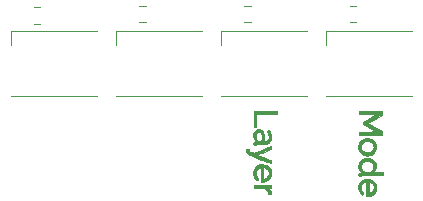
<source format=gto>
G04 #@! TF.GenerationSoftware,KiCad,Pcbnew,(5.1.6)-1*
G04 #@! TF.CreationDate,2020-07-25T12:59:16+03:00*
G04 #@! TF.ProjectId,ergo33_led_board,6572676f-3333-45f6-9c65-645f626f6172,rev?*
G04 #@! TF.SameCoordinates,Original*
G04 #@! TF.FileFunction,Legend,Top*
G04 #@! TF.FilePolarity,Positive*
%FSLAX46Y46*%
G04 Gerber Fmt 4.6, Leading zero omitted, Abs format (unit mm)*
G04 Created by KiCad (PCBNEW (5.1.6)-1) date 2020-07-25 12:59:16*
%MOMM*%
%LPD*%
G01*
G04 APERTURE LIST*
%ADD10C,0.010000*%
%ADD11C,0.120000*%
%ADD12R,1.600000X1.100000*%
%ADD13C,2.300000*%
%ADD14O,1.800000X1.800000*%
%ADD15R,1.800000X1.800000*%
G04 APERTURE END LIST*
D10*
G36*
X152279254Y-105773400D02*
G01*
X152382767Y-105866917D01*
X152482658Y-105976925D01*
X152551780Y-106094448D01*
X152583087Y-106206799D01*
X152584200Y-106229588D01*
X152580889Y-106277317D01*
X152561694Y-106299748D01*
X152512722Y-106306407D01*
X152471612Y-106306800D01*
X152407805Y-106304838D01*
X152369322Y-106291571D01*
X152346063Y-106255929D01*
X152327929Y-106186838D01*
X152318066Y-106138481D01*
X152279083Y-106038608D01*
X152208958Y-105937341D01*
X152122376Y-105855206D01*
X152108469Y-105845534D01*
X152077628Y-105828781D01*
X152038204Y-105816549D01*
X151982287Y-105808149D01*
X151901969Y-105802891D01*
X151789341Y-105800085D01*
X151636494Y-105799042D01*
X151574550Y-105798967D01*
X151111000Y-105798800D01*
X151111000Y-105544800D01*
X152584200Y-105544800D01*
X152584200Y-105773400D01*
X152279254Y-105773400D01*
G37*
X152279254Y-105773400D02*
X152382767Y-105866917D01*
X152482658Y-105976925D01*
X152551780Y-106094448D01*
X152583087Y-106206799D01*
X152584200Y-106229588D01*
X152580889Y-106277317D01*
X152561694Y-106299748D01*
X152512722Y-106306407D01*
X152471612Y-106306800D01*
X152407805Y-106304838D01*
X152369322Y-106291571D01*
X152346063Y-106255929D01*
X152327929Y-106186838D01*
X152318066Y-106138481D01*
X152279083Y-106038608D01*
X152208958Y-105937341D01*
X152122376Y-105855206D01*
X152108469Y-105845534D01*
X152077628Y-105828781D01*
X152038204Y-105816549D01*
X151982287Y-105808149D01*
X151901969Y-105802891D01*
X151789341Y-105800085D01*
X151636494Y-105799042D01*
X151574550Y-105798967D01*
X151111000Y-105798800D01*
X151111000Y-105544800D01*
X152584200Y-105544800D01*
X152584200Y-105773400D01*
X152279254Y-105773400D01*
G36*
X151339600Y-99550400D02*
G01*
X151339600Y-100668000D01*
X151111000Y-100668000D01*
X151111000Y-99296400D01*
X153092200Y-99296400D01*
X153092200Y-99550400D01*
X151339600Y-99550400D01*
G37*
X151339600Y-99550400D02*
X151339600Y-100668000D01*
X151111000Y-100668000D01*
X151111000Y-99296400D01*
X153092200Y-99296400D01*
X153092200Y-99550400D01*
X151339600Y-99550400D01*
G36*
X152570351Y-104736279D02*
G01*
X152504735Y-104906742D01*
X152400358Y-105048680D01*
X152261163Y-105157886D01*
X152091096Y-105230151D01*
X151919980Y-105259777D01*
X151746000Y-105272225D01*
X151746000Y-104671912D01*
X151745867Y-104482384D01*
X151745119Y-104337627D01*
X151743232Y-104231612D01*
X151739684Y-104158310D01*
X151733952Y-104111691D01*
X151725514Y-104085727D01*
X151713846Y-104074389D01*
X151698426Y-104071648D01*
X151693939Y-104071600D01*
X151590785Y-104094350D01*
X151486587Y-104155564D01*
X151393629Y-104244684D01*
X151324193Y-104351152D01*
X151301834Y-104408601D01*
X151279894Y-104564042D01*
X151307221Y-104710466D01*
X151382457Y-104843085D01*
X151443345Y-104908020D01*
X151490028Y-104956509D01*
X151503953Y-104999167D01*
X151492491Y-105061304D01*
X151490312Y-105069277D01*
X151464262Y-105131765D01*
X151433358Y-105162747D01*
X151427307Y-105163800D01*
X151382871Y-105144359D01*
X151321836Y-105093691D01*
X151255108Y-105023278D01*
X151193593Y-104944601D01*
X151149030Y-104870857D01*
X151117163Y-104772250D01*
X151097411Y-104643481D01*
X151090688Y-104503937D01*
X151097909Y-104373007D01*
X151119989Y-104270078D01*
X151120604Y-104268398D01*
X151207847Y-104101863D01*
X151331703Y-103967131D01*
X151486335Y-103868100D01*
X151665906Y-103808669D01*
X151833569Y-103792200D01*
X151949200Y-103803818D01*
X151949200Y-104042776D01*
X151949200Y-105033253D01*
X152029673Y-105010174D01*
X152173717Y-104945376D01*
X152286237Y-104847042D01*
X152362581Y-104723104D01*
X152398096Y-104581491D01*
X152388127Y-104430136D01*
X152382774Y-104408387D01*
X152323310Y-104272829D01*
X152224697Y-104166590D01*
X152084694Y-104087598D01*
X152006350Y-104060013D01*
X151949200Y-104042776D01*
X151949200Y-103803818D01*
X152025277Y-103811463D01*
X152191834Y-103871536D01*
X152342482Y-103975843D01*
X152352004Y-103984289D01*
X152476005Y-104123914D01*
X152554580Y-104281432D01*
X152590348Y-104462893D01*
X152593261Y-104541500D01*
X152570351Y-104736279D01*
G37*
X152570351Y-104736279D02*
X152504735Y-104906742D01*
X152400358Y-105048680D01*
X152261163Y-105157886D01*
X152091096Y-105230151D01*
X151919980Y-105259777D01*
X151746000Y-105272225D01*
X151746000Y-104671912D01*
X151745867Y-104482384D01*
X151745119Y-104337627D01*
X151743232Y-104231612D01*
X151739684Y-104158310D01*
X151733952Y-104111691D01*
X151725514Y-104085727D01*
X151713846Y-104074389D01*
X151698426Y-104071648D01*
X151693939Y-104071600D01*
X151590785Y-104094350D01*
X151486587Y-104155564D01*
X151393629Y-104244684D01*
X151324193Y-104351152D01*
X151301834Y-104408601D01*
X151279894Y-104564042D01*
X151307221Y-104710466D01*
X151382457Y-104843085D01*
X151443345Y-104908020D01*
X151490028Y-104956509D01*
X151503953Y-104999167D01*
X151492491Y-105061304D01*
X151490312Y-105069277D01*
X151464262Y-105131765D01*
X151433358Y-105162747D01*
X151427307Y-105163800D01*
X151382871Y-105144359D01*
X151321836Y-105093691D01*
X151255108Y-105023278D01*
X151193593Y-104944601D01*
X151149030Y-104870857D01*
X151117163Y-104772250D01*
X151097411Y-104643481D01*
X151090688Y-104503937D01*
X151097909Y-104373007D01*
X151119989Y-104270078D01*
X151120604Y-104268398D01*
X151207847Y-104101863D01*
X151331703Y-103967131D01*
X151486335Y-103868100D01*
X151665906Y-103808669D01*
X151833569Y-103792200D01*
X151949200Y-103803818D01*
X151949200Y-104042776D01*
X151949200Y-105033253D01*
X152029673Y-105010174D01*
X152173717Y-104945376D01*
X152286237Y-104847042D01*
X152362581Y-104723104D01*
X152398096Y-104581491D01*
X152388127Y-104430136D01*
X152382774Y-104408387D01*
X152323310Y-104272829D01*
X152224697Y-104166590D01*
X152084694Y-104087598D01*
X152006350Y-104060013D01*
X151949200Y-104042776D01*
X151949200Y-103803818D01*
X152025277Y-103811463D01*
X152191834Y-103871536D01*
X152342482Y-103975843D01*
X152352004Y-103984289D01*
X152476005Y-104123914D01*
X152554580Y-104281432D01*
X152590348Y-104462893D01*
X152593261Y-104541500D01*
X152570351Y-104736279D01*
G36*
X152577149Y-101654557D02*
G01*
X152522615Y-101803136D01*
X152449638Y-101908316D01*
X152400147Y-101956965D01*
X152349505Y-101993498D01*
X152289331Y-102019937D01*
X152211241Y-102038305D01*
X152106856Y-102050623D01*
X151967793Y-102058914D01*
X151801326Y-102064745D01*
X151639584Y-102070052D01*
X151521378Y-102075622D01*
X151439452Y-102082351D01*
X151386546Y-102091136D01*
X151355401Y-102102873D01*
X151338759Y-102118459D01*
X151336514Y-102122150D01*
X151292599Y-102156169D01*
X151211822Y-102166600D01*
X151144394Y-102161562D01*
X151110676Y-102140535D01*
X151096491Y-102104933D01*
X151093348Y-102011742D01*
X151126456Y-101931854D01*
X151187610Y-101877882D01*
X151254649Y-101861800D01*
X151318469Y-101861800D01*
X151239818Y-101762494D01*
X151182564Y-101677200D01*
X151134360Y-101583801D01*
X151123383Y-101556100D01*
X151097808Y-101446670D01*
X151087855Y-101320615D01*
X151093356Y-101196918D01*
X151114141Y-101094559D01*
X151127806Y-101061700D01*
X151207482Y-100944276D01*
X151307596Y-100864591D01*
X151381321Y-100830367D01*
X151525247Y-100798532D01*
X151562843Y-100803265D01*
X151562843Y-101050319D01*
X151475164Y-101066389D01*
X151394644Y-101112426D01*
X151329489Y-101184963D01*
X151287902Y-101280529D01*
X151278090Y-101395657D01*
X151282008Y-101430000D01*
X151298696Y-101511419D01*
X151319305Y-101582376D01*
X151319313Y-101582400D01*
X151351773Y-101640687D01*
X151404258Y-101708740D01*
X151422341Y-101728450D01*
X151477588Y-101778654D01*
X151531155Y-101803146D01*
X151605741Y-101810715D01*
X151635489Y-101811000D01*
X151713585Y-101809357D01*
X151756236Y-101798333D01*
X151778797Y-101768786D01*
X151795465Y-101715750D01*
X151814440Y-101608625D01*
X151821042Y-101482491D01*
X151815615Y-101357161D01*
X151798504Y-101252445D01*
X151786784Y-101216603D01*
X151726858Y-101121958D01*
X151649476Y-101067686D01*
X151562843Y-101050319D01*
X151562843Y-100803265D01*
X151657739Y-100815212D01*
X151774976Y-100878692D01*
X151873137Y-100987261D01*
X151920710Y-101072100D01*
X151954213Y-101151061D01*
X151973976Y-101223402D01*
X151983120Y-101307255D01*
X151984770Y-101420750D01*
X151984549Y-101442700D01*
X151980177Y-101554305D01*
X151970903Y-101654011D01*
X151958441Y-101725374D01*
X151953428Y-101741150D01*
X151925058Y-101811000D01*
X152045079Y-101810905D01*
X152177760Y-101789878D01*
X152282335Y-101731060D01*
X152356365Y-101640496D01*
X152397414Y-101524235D01*
X152403043Y-101388322D01*
X152370814Y-101238804D01*
X152321885Y-101124356D01*
X152285145Y-101050500D01*
X152260493Y-100995124D01*
X152254000Y-100974533D01*
X152274409Y-100952619D01*
X152321396Y-100925030D01*
X152373601Y-100902906D01*
X152403442Y-100896600D01*
X152429571Y-100918906D01*
X152464785Y-100977657D01*
X152503709Y-101060599D01*
X152540964Y-101155478D01*
X152571176Y-101250041D01*
X152585728Y-101312021D01*
X152599141Y-101486671D01*
X152577149Y-101654557D01*
G37*
X152577149Y-101654557D02*
X152522615Y-101803136D01*
X152449638Y-101908316D01*
X152400147Y-101956965D01*
X152349505Y-101993498D01*
X152289331Y-102019937D01*
X152211241Y-102038305D01*
X152106856Y-102050623D01*
X151967793Y-102058914D01*
X151801326Y-102064745D01*
X151639584Y-102070052D01*
X151521378Y-102075622D01*
X151439452Y-102082351D01*
X151386546Y-102091136D01*
X151355401Y-102102873D01*
X151338759Y-102118459D01*
X151336514Y-102122150D01*
X151292599Y-102156169D01*
X151211822Y-102166600D01*
X151144394Y-102161562D01*
X151110676Y-102140535D01*
X151096491Y-102104933D01*
X151093348Y-102011742D01*
X151126456Y-101931854D01*
X151187610Y-101877882D01*
X151254649Y-101861800D01*
X151318469Y-101861800D01*
X151239818Y-101762494D01*
X151182564Y-101677200D01*
X151134360Y-101583801D01*
X151123383Y-101556100D01*
X151097808Y-101446670D01*
X151087855Y-101320615D01*
X151093356Y-101196918D01*
X151114141Y-101094559D01*
X151127806Y-101061700D01*
X151207482Y-100944276D01*
X151307596Y-100864591D01*
X151381321Y-100830367D01*
X151525247Y-100798532D01*
X151562843Y-100803265D01*
X151562843Y-101050319D01*
X151475164Y-101066389D01*
X151394644Y-101112426D01*
X151329489Y-101184963D01*
X151287902Y-101280529D01*
X151278090Y-101395657D01*
X151282008Y-101430000D01*
X151298696Y-101511419D01*
X151319305Y-101582376D01*
X151319313Y-101582400D01*
X151351773Y-101640687D01*
X151404258Y-101708740D01*
X151422341Y-101728450D01*
X151477588Y-101778654D01*
X151531155Y-101803146D01*
X151605741Y-101810715D01*
X151635489Y-101811000D01*
X151713585Y-101809357D01*
X151756236Y-101798333D01*
X151778797Y-101768786D01*
X151795465Y-101715750D01*
X151814440Y-101608625D01*
X151821042Y-101482491D01*
X151815615Y-101357161D01*
X151798504Y-101252445D01*
X151786784Y-101216603D01*
X151726858Y-101121958D01*
X151649476Y-101067686D01*
X151562843Y-101050319D01*
X151562843Y-100803265D01*
X151657739Y-100815212D01*
X151774976Y-100878692D01*
X151873137Y-100987261D01*
X151920710Y-101072100D01*
X151954213Y-101151061D01*
X151973976Y-101223402D01*
X151983120Y-101307255D01*
X151984770Y-101420750D01*
X151984549Y-101442700D01*
X151980177Y-101554305D01*
X151970903Y-101654011D01*
X151958441Y-101725374D01*
X151953428Y-101741150D01*
X151925058Y-101811000D01*
X152045079Y-101810905D01*
X152177760Y-101789878D01*
X152282335Y-101731060D01*
X152356365Y-101640496D01*
X152397414Y-101524235D01*
X152403043Y-101388322D01*
X152370814Y-101238804D01*
X152321885Y-101124356D01*
X152285145Y-101050500D01*
X152260493Y-100995124D01*
X152254000Y-100974533D01*
X152274409Y-100952619D01*
X152321396Y-100925030D01*
X152373601Y-100902906D01*
X152403442Y-100896600D01*
X152429571Y-100918906D01*
X152464785Y-100977657D01*
X152503709Y-101060599D01*
X152540964Y-101155478D01*
X152571176Y-101250041D01*
X152585728Y-101312021D01*
X152599141Y-101486671D01*
X152577149Y-101654557D01*
G36*
X152584203Y-103576718D02*
G01*
X152584200Y-103578359D01*
X152581435Y-103650031D01*
X152570057Y-103682025D01*
X152545447Y-103685307D01*
X152539750Y-103683837D01*
X152482711Y-103664951D01*
X152387906Y-103630546D01*
X152261719Y-103583152D01*
X152110539Y-103525301D01*
X151940750Y-103459520D01*
X151758741Y-103388342D01*
X151570896Y-103314295D01*
X151383603Y-103239910D01*
X151203247Y-103167718D01*
X151036215Y-103100247D01*
X150888893Y-103040029D01*
X150767668Y-102989593D01*
X150678926Y-102951469D01*
X150629054Y-102928188D01*
X150622106Y-102924118D01*
X150558775Y-102861862D01*
X150511662Y-102786971D01*
X150511227Y-102785939D01*
X150489993Y-102712739D01*
X150478187Y-102627821D01*
X150476942Y-102549616D01*
X150487391Y-102496553D01*
X150492934Y-102488333D01*
X150526745Y-102477941D01*
X150591545Y-102471966D01*
X150620418Y-102471400D01*
X150688532Y-102473486D01*
X150717704Y-102485060D01*
X150719771Y-102514091D01*
X150714984Y-102535085D01*
X150716034Y-102611040D01*
X150761155Y-102680179D01*
X150852850Y-102745278D01*
X150944041Y-102789062D01*
X151110849Y-102859956D01*
X151815775Y-102560957D01*
X151993898Y-102485444D01*
X152157682Y-102416086D01*
X152301061Y-102355444D01*
X152417973Y-102306081D01*
X152502353Y-102270559D01*
X152548138Y-102251439D01*
X152553891Y-102249108D01*
X152573079Y-102253671D01*
X152580989Y-102292362D01*
X152579291Y-102372879D01*
X152571500Y-102509500D01*
X151980951Y-102749646D01*
X151819695Y-102815750D01*
X151675223Y-102875987D01*
X151553841Y-102927648D01*
X151461851Y-102968019D01*
X151405558Y-102994389D01*
X151390456Y-103003646D01*
X151413237Y-103016012D01*
X151476812Y-103042567D01*
X151574087Y-103080553D01*
X151697964Y-103127215D01*
X151841349Y-103179796D01*
X151879406Y-103193542D01*
X152081268Y-103266122D01*
X152240531Y-103323769D01*
X152362221Y-103369229D01*
X152451364Y-103405246D01*
X152512986Y-103434564D01*
X152552113Y-103459927D01*
X152573773Y-103484079D01*
X152582990Y-103509766D01*
X152584791Y-103539731D01*
X152584203Y-103576718D01*
G37*
X152584203Y-103576718D02*
X152584200Y-103578359D01*
X152581435Y-103650031D01*
X152570057Y-103682025D01*
X152545447Y-103685307D01*
X152539750Y-103683837D01*
X152482711Y-103664951D01*
X152387906Y-103630546D01*
X152261719Y-103583152D01*
X152110539Y-103525301D01*
X151940750Y-103459520D01*
X151758741Y-103388342D01*
X151570896Y-103314295D01*
X151383603Y-103239910D01*
X151203247Y-103167718D01*
X151036215Y-103100247D01*
X150888893Y-103040029D01*
X150767668Y-102989593D01*
X150678926Y-102951469D01*
X150629054Y-102928188D01*
X150622106Y-102924118D01*
X150558775Y-102861862D01*
X150511662Y-102786971D01*
X150511227Y-102785939D01*
X150489993Y-102712739D01*
X150478187Y-102627821D01*
X150476942Y-102549616D01*
X150487391Y-102496553D01*
X150492934Y-102488333D01*
X150526745Y-102477941D01*
X150591545Y-102471966D01*
X150620418Y-102471400D01*
X150688532Y-102473486D01*
X150717704Y-102485060D01*
X150719771Y-102514091D01*
X150714984Y-102535085D01*
X150716034Y-102611040D01*
X150761155Y-102680179D01*
X150852850Y-102745278D01*
X150944041Y-102789062D01*
X151110849Y-102859956D01*
X151815775Y-102560957D01*
X151993898Y-102485444D01*
X152157682Y-102416086D01*
X152301061Y-102355444D01*
X152417973Y-102306081D01*
X152502353Y-102270559D01*
X152548138Y-102251439D01*
X152553891Y-102249108D01*
X152573079Y-102253671D01*
X152580989Y-102292362D01*
X152579291Y-102372879D01*
X152571500Y-102509500D01*
X151980951Y-102749646D01*
X151819695Y-102815750D01*
X151675223Y-102875987D01*
X151553841Y-102927648D01*
X151461851Y-102968019D01*
X151405558Y-102994389D01*
X151390456Y-103003646D01*
X151413237Y-103016012D01*
X151476812Y-103042567D01*
X151574087Y-103080553D01*
X151697964Y-103127215D01*
X151841349Y-103179796D01*
X151879406Y-103193542D01*
X152081268Y-103266122D01*
X152240531Y-103323769D01*
X152362221Y-103369229D01*
X152451364Y-103405246D01*
X152512986Y-103434564D01*
X152552113Y-103459927D01*
X152573773Y-103484079D01*
X152582990Y-103509766D01*
X152584791Y-103539731D01*
X152584203Y-103576718D01*
G36*
X160011000Y-101276000D02*
G01*
X160011000Y-101022755D01*
X160761080Y-101016027D01*
X161511160Y-101009300D01*
X160938781Y-100691800D01*
X160366401Y-100374300D01*
X160372851Y-100287852D01*
X160376095Y-100260831D01*
X160384826Y-100236443D01*
X160404149Y-100211089D01*
X160439170Y-100181172D01*
X160494997Y-100143092D01*
X160576735Y-100093253D01*
X160689491Y-100028055D01*
X160838371Y-99943901D01*
X160949587Y-99881452D01*
X161519874Y-99561500D01*
X160011000Y-99548044D01*
X160011000Y-99294800D01*
X161994736Y-99294800D01*
X161979500Y-99586900D01*
X161363613Y-99929800D01*
X161203296Y-100019534D01*
X161058517Y-100101487D01*
X160934935Y-100172381D01*
X160838208Y-100228939D01*
X160773995Y-100267884D01*
X160747955Y-100285939D01*
X160747663Y-100286526D01*
X160768909Y-100302041D01*
X160828918Y-100338938D01*
X160922048Y-100393926D01*
X161042655Y-100463715D01*
X161185096Y-100545015D01*
X161343729Y-100634534D01*
X161363550Y-100645653D01*
X161979500Y-100990953D01*
X161987118Y-101133476D01*
X161994736Y-101276000D01*
X160011000Y-101276000D01*
G37*
X160011000Y-101276000D02*
X160011000Y-101022755D01*
X160761080Y-101016027D01*
X161511160Y-101009300D01*
X160938781Y-100691800D01*
X160366401Y-100374300D01*
X160372851Y-100287852D01*
X160376095Y-100260831D01*
X160384826Y-100236443D01*
X160404149Y-100211089D01*
X160439170Y-100181172D01*
X160494997Y-100143092D01*
X160576735Y-100093253D01*
X160689491Y-100028055D01*
X160838371Y-99943901D01*
X160949587Y-99881452D01*
X161519874Y-99561500D01*
X160011000Y-99548044D01*
X160011000Y-99294800D01*
X161994736Y-99294800D01*
X161979500Y-99586900D01*
X161363613Y-99929800D01*
X161203296Y-100019534D01*
X161058517Y-100101487D01*
X160934935Y-100172381D01*
X160838208Y-100228939D01*
X160773995Y-100267884D01*
X160747955Y-100285939D01*
X160747663Y-100286526D01*
X160768909Y-100302041D01*
X160828918Y-100338938D01*
X160922048Y-100393926D01*
X161042655Y-100463715D01*
X161185096Y-100545015D01*
X161343729Y-100634534D01*
X161363550Y-100645653D01*
X161979500Y-100990953D01*
X161987118Y-101133476D01*
X161994736Y-101276000D01*
X160011000Y-101276000D01*
G36*
X161470351Y-105953879D02*
G01*
X161404735Y-106124342D01*
X161300358Y-106266280D01*
X161161163Y-106375486D01*
X160991096Y-106447751D01*
X160819980Y-106477377D01*
X160646000Y-106489825D01*
X160646000Y-105889512D01*
X160645867Y-105699984D01*
X160645119Y-105555227D01*
X160643232Y-105449212D01*
X160639684Y-105375910D01*
X160633952Y-105329291D01*
X160625514Y-105303327D01*
X160613846Y-105291989D01*
X160598426Y-105289248D01*
X160593939Y-105289200D01*
X160490785Y-105311950D01*
X160386587Y-105373164D01*
X160293629Y-105462284D01*
X160224193Y-105568752D01*
X160201834Y-105626201D01*
X160179894Y-105781642D01*
X160207221Y-105928066D01*
X160282457Y-106060685D01*
X160343345Y-106125620D01*
X160390028Y-106174109D01*
X160403953Y-106216767D01*
X160392491Y-106278904D01*
X160390312Y-106286877D01*
X160364262Y-106349365D01*
X160333358Y-106380347D01*
X160327307Y-106381400D01*
X160282871Y-106361959D01*
X160221836Y-106311291D01*
X160155108Y-106240878D01*
X160093593Y-106162201D01*
X160049030Y-106088457D01*
X160017163Y-105989850D01*
X159997411Y-105861081D01*
X159990688Y-105721537D01*
X159997909Y-105590607D01*
X160019989Y-105487678D01*
X160020604Y-105485998D01*
X160107847Y-105319463D01*
X160231703Y-105184731D01*
X160386335Y-105085700D01*
X160565906Y-105026269D01*
X160733569Y-105009800D01*
X160849200Y-105021418D01*
X160849200Y-105260376D01*
X160849200Y-106250853D01*
X160929673Y-106227774D01*
X161073717Y-106162976D01*
X161186237Y-106064642D01*
X161262581Y-105940704D01*
X161298096Y-105799091D01*
X161288127Y-105647736D01*
X161282774Y-105625987D01*
X161223310Y-105490429D01*
X161124697Y-105384190D01*
X160984694Y-105305198D01*
X160906350Y-105277613D01*
X160849200Y-105260376D01*
X160849200Y-105021418D01*
X160925277Y-105029063D01*
X161091834Y-105089136D01*
X161242482Y-105193443D01*
X161252004Y-105201889D01*
X161376005Y-105341514D01*
X161454580Y-105499032D01*
X161490348Y-105680493D01*
X161493261Y-105759100D01*
X161470351Y-105953879D01*
G37*
X161470351Y-105953879D02*
X161404735Y-106124342D01*
X161300358Y-106266280D01*
X161161163Y-106375486D01*
X160991096Y-106447751D01*
X160819980Y-106477377D01*
X160646000Y-106489825D01*
X160646000Y-105889512D01*
X160645867Y-105699984D01*
X160645119Y-105555227D01*
X160643232Y-105449212D01*
X160639684Y-105375910D01*
X160633952Y-105329291D01*
X160625514Y-105303327D01*
X160613846Y-105291989D01*
X160598426Y-105289248D01*
X160593939Y-105289200D01*
X160490785Y-105311950D01*
X160386587Y-105373164D01*
X160293629Y-105462284D01*
X160224193Y-105568752D01*
X160201834Y-105626201D01*
X160179894Y-105781642D01*
X160207221Y-105928066D01*
X160282457Y-106060685D01*
X160343345Y-106125620D01*
X160390028Y-106174109D01*
X160403953Y-106216767D01*
X160392491Y-106278904D01*
X160390312Y-106286877D01*
X160364262Y-106349365D01*
X160333358Y-106380347D01*
X160327307Y-106381400D01*
X160282871Y-106361959D01*
X160221836Y-106311291D01*
X160155108Y-106240878D01*
X160093593Y-106162201D01*
X160049030Y-106088457D01*
X160017163Y-105989850D01*
X159997411Y-105861081D01*
X159990688Y-105721537D01*
X159997909Y-105590607D01*
X160019989Y-105487678D01*
X160020604Y-105485998D01*
X160107847Y-105319463D01*
X160231703Y-105184731D01*
X160386335Y-105085700D01*
X160565906Y-105026269D01*
X160733569Y-105009800D01*
X160849200Y-105021418D01*
X160849200Y-105260376D01*
X160849200Y-106250853D01*
X160929673Y-106227774D01*
X161073717Y-106162976D01*
X161186237Y-106064642D01*
X161262581Y-105940704D01*
X161298096Y-105799091D01*
X161288127Y-105647736D01*
X161282774Y-105625987D01*
X161223310Y-105490429D01*
X161124697Y-105384190D01*
X160984694Y-105305198D01*
X160906350Y-105277613D01*
X160849200Y-105260376D01*
X160849200Y-105021418D01*
X160925277Y-105029063D01*
X161091834Y-105089136D01*
X161242482Y-105193443D01*
X161252004Y-105201889D01*
X161376005Y-105341514D01*
X161454580Y-105499032D01*
X161490348Y-105680493D01*
X161493261Y-105759100D01*
X161470351Y-105953879D01*
G36*
X161165903Y-104705000D02*
G01*
X160924489Y-104705236D01*
X160729091Y-104706077D01*
X160574927Y-104707722D01*
X160457215Y-104710368D01*
X160371171Y-104714216D01*
X160312016Y-104719464D01*
X160274965Y-104726309D01*
X160255237Y-104734952D01*
X160248786Y-104743100D01*
X160212540Y-104771215D01*
X160131006Y-104781165D01*
X160124295Y-104781200D01*
X160049786Y-104775780D01*
X160011315Y-104755913D01*
X159998986Y-104732560D01*
X159993818Y-104641997D01*
X160029152Y-104560114D01*
X160095168Y-104500421D01*
X160182048Y-104476427D01*
X160185178Y-104476400D01*
X160246451Y-104476400D01*
X160181752Y-104425507D01*
X160094623Y-104327487D01*
X160031267Y-104196940D01*
X159994258Y-104047506D01*
X159986172Y-103892822D01*
X160009583Y-103746529D01*
X160039104Y-103669891D01*
X160123513Y-103544778D01*
X160241441Y-103429855D01*
X160376452Y-103338951D01*
X160488128Y-103292106D01*
X160682643Y-103258372D01*
X160738675Y-103261032D01*
X160738675Y-103523937D01*
X160576882Y-103549480D01*
X160418794Y-103622769D01*
X160411689Y-103627331D01*
X160310205Y-103721757D01*
X160243833Y-103843397D01*
X160215319Y-103980309D01*
X160227407Y-104120554D01*
X160272155Y-104234348D01*
X160340514Y-104332817D01*
X160420514Y-104397995D01*
X160523198Y-104435293D01*
X160659609Y-104450117D01*
X160714518Y-104451000D01*
X160852341Y-104446085D01*
X160954334Y-104428069D01*
X161034798Y-104392044D01*
X161108039Y-104333104D01*
X161133603Y-104307217D01*
X161222415Y-104183336D01*
X161267025Y-104050405D01*
X161266858Y-103916805D01*
X161221335Y-103790919D01*
X161173738Y-103724531D01*
X161044357Y-103612388D01*
X160896918Y-103545215D01*
X160738675Y-103523937D01*
X160738675Y-103261032D01*
X160874328Y-103267472D01*
X161055057Y-103316344D01*
X161216707Y-103401926D01*
X161351152Y-103521155D01*
X161440204Y-103650900D01*
X161485949Y-103787076D01*
X161496664Y-103940282D01*
X161472833Y-104091224D01*
X161426428Y-104202218D01*
X161369904Y-104285073D01*
X161305779Y-104360119D01*
X161279550Y-104384822D01*
X161200903Y-104451000D01*
X162068400Y-104451000D01*
X162068400Y-104705000D01*
X161165903Y-104705000D01*
G37*
X161165903Y-104705000D02*
X160924489Y-104705236D01*
X160729091Y-104706077D01*
X160574927Y-104707722D01*
X160457215Y-104710368D01*
X160371171Y-104714216D01*
X160312016Y-104719464D01*
X160274965Y-104726309D01*
X160255237Y-104734952D01*
X160248786Y-104743100D01*
X160212540Y-104771215D01*
X160131006Y-104781165D01*
X160124295Y-104781200D01*
X160049786Y-104775780D01*
X160011315Y-104755913D01*
X159998986Y-104732560D01*
X159993818Y-104641997D01*
X160029152Y-104560114D01*
X160095168Y-104500421D01*
X160182048Y-104476427D01*
X160185178Y-104476400D01*
X160246451Y-104476400D01*
X160181752Y-104425507D01*
X160094623Y-104327487D01*
X160031267Y-104196940D01*
X159994258Y-104047506D01*
X159986172Y-103892822D01*
X160009583Y-103746529D01*
X160039104Y-103669891D01*
X160123513Y-103544778D01*
X160241441Y-103429855D01*
X160376452Y-103338951D01*
X160488128Y-103292106D01*
X160682643Y-103258372D01*
X160738675Y-103261032D01*
X160738675Y-103523937D01*
X160576882Y-103549480D01*
X160418794Y-103622769D01*
X160411689Y-103627331D01*
X160310205Y-103721757D01*
X160243833Y-103843397D01*
X160215319Y-103980309D01*
X160227407Y-104120554D01*
X160272155Y-104234348D01*
X160340514Y-104332817D01*
X160420514Y-104397995D01*
X160523198Y-104435293D01*
X160659609Y-104450117D01*
X160714518Y-104451000D01*
X160852341Y-104446085D01*
X160954334Y-104428069D01*
X161034798Y-104392044D01*
X161108039Y-104333104D01*
X161133603Y-104307217D01*
X161222415Y-104183336D01*
X161267025Y-104050405D01*
X161266858Y-103916805D01*
X161221335Y-103790919D01*
X161173738Y-103724531D01*
X161044357Y-103612388D01*
X160896918Y-103545215D01*
X160738675Y-103523937D01*
X160738675Y-103261032D01*
X160874328Y-103267472D01*
X161055057Y-103316344D01*
X161216707Y-103401926D01*
X161351152Y-103521155D01*
X161440204Y-103650900D01*
X161485949Y-103787076D01*
X161496664Y-103940282D01*
X161472833Y-104091224D01*
X161426428Y-104202218D01*
X161369904Y-104285073D01*
X161305779Y-104360119D01*
X161279550Y-104384822D01*
X161200903Y-104451000D01*
X162068400Y-104451000D01*
X162068400Y-104705000D01*
X161165903Y-104705000D01*
G36*
X161474312Y-102495160D02*
G01*
X161434586Y-102616597D01*
X161340744Y-102773403D01*
X161217013Y-102895481D01*
X161070700Y-102982706D01*
X160909110Y-103034947D01*
X160739551Y-103052079D01*
X160569330Y-103033972D01*
X160405753Y-102980500D01*
X160256127Y-102891534D01*
X160127758Y-102766947D01*
X160044944Y-102640907D01*
X160017167Y-102557230D01*
X159998225Y-102433016D01*
X159991812Y-102342800D01*
X159988467Y-102231077D01*
X159992720Y-102152117D01*
X160007508Y-102088096D01*
X160035774Y-102021190D01*
X160049374Y-101993832D01*
X160139624Y-101858129D01*
X160258924Y-101739163D01*
X160392555Y-101650261D01*
X160461434Y-101620807D01*
X160606008Y-101589823D01*
X160728802Y-101584712D01*
X160728802Y-101838082D01*
X160580472Y-101860558D01*
X160441873Y-101921854D01*
X160322361Y-102021028D01*
X160261716Y-102101500D01*
X160227785Y-102192024D01*
X160214808Y-102306902D01*
X160223975Y-102423691D01*
X160241292Y-102487196D01*
X160311433Y-102606067D01*
X160414859Y-102696519D01*
X160541775Y-102757058D01*
X160682385Y-102786186D01*
X160826895Y-102782407D01*
X160965510Y-102744225D01*
X161088435Y-102670143D01*
X161136669Y-102623982D01*
X161228605Y-102492614D01*
X161269934Y-102359196D01*
X161260648Y-102225449D01*
X161200744Y-102093096D01*
X161138654Y-102013015D01*
X161017247Y-101913367D01*
X160877512Y-101855370D01*
X160728802Y-101838082D01*
X160728802Y-101584712D01*
X160770379Y-101582981D01*
X160929660Y-101600262D01*
X161009629Y-101621237D01*
X161131033Y-101682210D01*
X161253227Y-101776650D01*
X161360203Y-101890077D01*
X161434978Y-102005970D01*
X161482295Y-102155526D01*
X161495403Y-102324598D01*
X161474312Y-102495160D01*
G37*
X161474312Y-102495160D02*
X161434586Y-102616597D01*
X161340744Y-102773403D01*
X161217013Y-102895481D01*
X161070700Y-102982706D01*
X160909110Y-103034947D01*
X160739551Y-103052079D01*
X160569330Y-103033972D01*
X160405753Y-102980500D01*
X160256127Y-102891534D01*
X160127758Y-102766947D01*
X160044944Y-102640907D01*
X160017167Y-102557230D01*
X159998225Y-102433016D01*
X159991812Y-102342800D01*
X159988467Y-102231077D01*
X159992720Y-102152117D01*
X160007508Y-102088096D01*
X160035774Y-102021190D01*
X160049374Y-101993832D01*
X160139624Y-101858129D01*
X160258924Y-101739163D01*
X160392555Y-101650261D01*
X160461434Y-101620807D01*
X160606008Y-101589823D01*
X160728802Y-101584712D01*
X160728802Y-101838082D01*
X160580472Y-101860558D01*
X160441873Y-101921854D01*
X160322361Y-102021028D01*
X160261716Y-102101500D01*
X160227785Y-102192024D01*
X160214808Y-102306902D01*
X160223975Y-102423691D01*
X160241292Y-102487196D01*
X160311433Y-102606067D01*
X160414859Y-102696519D01*
X160541775Y-102757058D01*
X160682385Y-102786186D01*
X160826895Y-102782407D01*
X160965510Y-102744225D01*
X161088435Y-102670143D01*
X161136669Y-102623982D01*
X161228605Y-102492614D01*
X161269934Y-102359196D01*
X161260648Y-102225449D01*
X161200744Y-102093096D01*
X161138654Y-102013015D01*
X161017247Y-101913367D01*
X160877512Y-101855370D01*
X160728802Y-101838082D01*
X160728802Y-101584712D01*
X160770379Y-101582981D01*
X160929660Y-101600262D01*
X161009629Y-101621237D01*
X161131033Y-101682210D01*
X161253227Y-101776650D01*
X161360203Y-101890077D01*
X161434978Y-102005970D01*
X161482295Y-102155526D01*
X161495403Y-102324598D01*
X161474312Y-102495160D01*
D11*
X130560000Y-92520000D02*
X130560000Y-93670000D01*
X137860000Y-92520000D02*
X130560000Y-92520000D01*
X137860000Y-98020000D02*
X130560000Y-98020000D01*
X146750000Y-98020000D02*
X139450000Y-98020000D01*
X146750000Y-92520000D02*
X139450000Y-92520000D01*
X139450000Y-92520000D02*
X139450000Y-93670000D01*
X155650000Y-98020000D02*
X148350000Y-98020000D01*
X155650000Y-92520000D02*
X148350000Y-92520000D01*
X148350000Y-92520000D02*
X148350000Y-93670000D01*
X164550000Y-98020000D02*
X157250000Y-98020000D01*
X164550000Y-92520000D02*
X157250000Y-92520000D01*
X157250000Y-92520000D02*
X157250000Y-93670000D01*
X159761252Y-91780000D02*
X159238748Y-91780000D01*
X159761252Y-90360000D02*
X159238748Y-90360000D01*
X150861252Y-91780000D02*
X150338748Y-91780000D01*
X150861252Y-90360000D02*
X150338748Y-90360000D01*
X141971252Y-91780000D02*
X141448748Y-91780000D01*
X141971252Y-90360000D02*
X141448748Y-90360000D01*
X133061252Y-90460000D02*
X132538748Y-90460000D01*
X133061252Y-91880000D02*
X132538748Y-91880000D01*
%LPC*%
D12*
X131760000Y-93670000D03*
X131760000Y-96870000D03*
X136660000Y-93670000D03*
X136660000Y-96870000D03*
X145550000Y-96870000D03*
X145550000Y-93670000D03*
X140650000Y-96870000D03*
X140650000Y-93670000D03*
X154450000Y-96870000D03*
X154450000Y-93670000D03*
X149550000Y-96870000D03*
X149550000Y-93670000D03*
D13*
X123000000Y-108250000D03*
X123000000Y-91100000D03*
D12*
X163350000Y-96870000D03*
X163350000Y-93670000D03*
X158450000Y-96870000D03*
X158450000Y-93670000D03*
D14*
X123010000Y-102200000D03*
X123010000Y-99660000D03*
D15*
X123010000Y-97120000D03*
G36*
G01*
X159100000Y-90591738D02*
X159100000Y-91548262D01*
G75*
G02*
X158828262Y-91820000I-271738J0D01*
G01*
X158121738Y-91820000D01*
G75*
G02*
X157850000Y-91548262I0J271738D01*
G01*
X157850000Y-90591738D01*
G75*
G02*
X158121738Y-90320000I271738J0D01*
G01*
X158828262Y-90320000D01*
G75*
G02*
X159100000Y-90591738I0J-271738D01*
G01*
G37*
G36*
G01*
X161150000Y-90591738D02*
X161150000Y-91548262D01*
G75*
G02*
X160878262Y-91820000I-271738J0D01*
G01*
X160171738Y-91820000D01*
G75*
G02*
X159900000Y-91548262I0J271738D01*
G01*
X159900000Y-90591738D01*
G75*
G02*
X160171738Y-90320000I271738J0D01*
G01*
X160878262Y-90320000D01*
G75*
G02*
X161150000Y-90591738I0J-271738D01*
G01*
G37*
G36*
G01*
X150200000Y-90591738D02*
X150200000Y-91548262D01*
G75*
G02*
X149928262Y-91820000I-271738J0D01*
G01*
X149221738Y-91820000D01*
G75*
G02*
X148950000Y-91548262I0J271738D01*
G01*
X148950000Y-90591738D01*
G75*
G02*
X149221738Y-90320000I271738J0D01*
G01*
X149928262Y-90320000D01*
G75*
G02*
X150200000Y-90591738I0J-271738D01*
G01*
G37*
G36*
G01*
X152250000Y-90591738D02*
X152250000Y-91548262D01*
G75*
G02*
X151978262Y-91820000I-271738J0D01*
G01*
X151271738Y-91820000D01*
G75*
G02*
X151000000Y-91548262I0J271738D01*
G01*
X151000000Y-90591738D01*
G75*
G02*
X151271738Y-90320000I271738J0D01*
G01*
X151978262Y-90320000D01*
G75*
G02*
X152250000Y-90591738I0J-271738D01*
G01*
G37*
G36*
G01*
X141310000Y-90591738D02*
X141310000Y-91548262D01*
G75*
G02*
X141038262Y-91820000I-271738J0D01*
G01*
X140331738Y-91820000D01*
G75*
G02*
X140060000Y-91548262I0J271738D01*
G01*
X140060000Y-90591738D01*
G75*
G02*
X140331738Y-90320000I271738J0D01*
G01*
X141038262Y-90320000D01*
G75*
G02*
X141310000Y-90591738I0J-271738D01*
G01*
G37*
G36*
G01*
X143360000Y-90591738D02*
X143360000Y-91548262D01*
G75*
G02*
X143088262Y-91820000I-271738J0D01*
G01*
X142381738Y-91820000D01*
G75*
G02*
X142110000Y-91548262I0J271738D01*
G01*
X142110000Y-90591738D01*
G75*
G02*
X142381738Y-90320000I271738J0D01*
G01*
X143088262Y-90320000D01*
G75*
G02*
X143360000Y-90591738I0J-271738D01*
G01*
G37*
G36*
G01*
X134450000Y-90691738D02*
X134450000Y-91648262D01*
G75*
G02*
X134178262Y-91920000I-271738J0D01*
G01*
X133471738Y-91920000D01*
G75*
G02*
X133200000Y-91648262I0J271738D01*
G01*
X133200000Y-90691738D01*
G75*
G02*
X133471738Y-90420000I271738J0D01*
G01*
X134178262Y-90420000D01*
G75*
G02*
X134450000Y-90691738I0J-271738D01*
G01*
G37*
G36*
G01*
X132400000Y-90691738D02*
X132400000Y-91648262D01*
G75*
G02*
X132128262Y-91920000I-271738J0D01*
G01*
X131421738Y-91920000D01*
G75*
G02*
X131150000Y-91648262I0J271738D01*
G01*
X131150000Y-90691738D01*
G75*
G02*
X131421738Y-90420000I271738J0D01*
G01*
X132128262Y-90420000D01*
G75*
G02*
X132400000Y-90691738I0J-271738D01*
G01*
G37*
M02*

</source>
